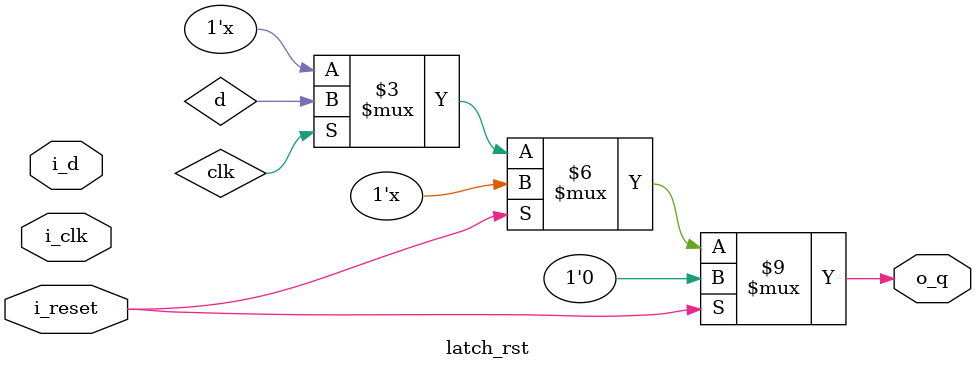
<source format=sv>

module latch_rst(
    input   i_reset,
    input   i_clk,
    input   i_d,
    output reg o_q
    );

    always @(i_reset or i_clk or i_d) begin
        if (i_reset) begin
            o_q = 1'b0;       // 组合逻辑使用阻塞过程赋值
        end
        else if (clk) begin
            o_q = d;
        end
    end

endmodule
</source>
